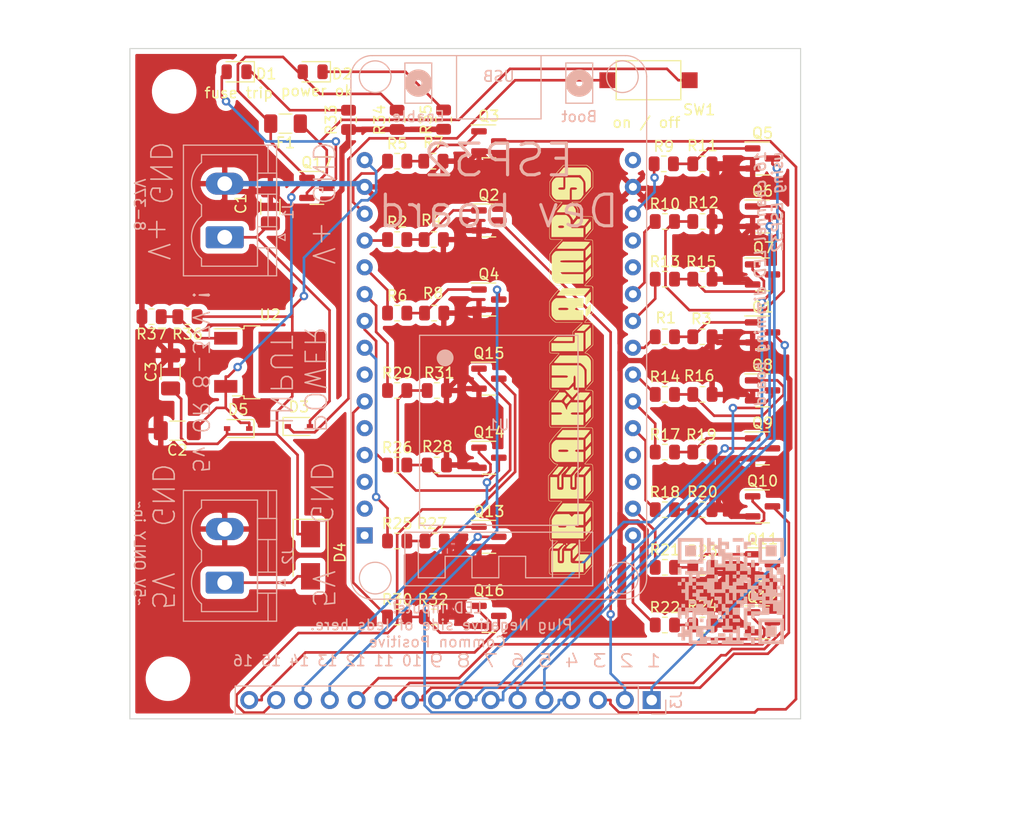
<source format=kicad_pcb>
(kicad_pcb (version 20211014) (generator pcbnew)
  (layers (0 "F.Cu" signal) (31 "B.Cu" signal) (34 "B.Paste" user) (35 "F.Paste" user) (36 "B.SilkS" user "B.Silkscreen") (37 "F.SilkS" user "F.Silkscreen") (38 "B.Mask" user) (39 "F.Mask" user) (44 "Edge.Cuts" user))
  (net 0 "")
  (net 1 "Net-(C2-Pad1)")
  (net 2 "GND")
  (net 3 "+5V")
  (net 4 "+VDC")
  (net 5 "Net-(D1-Pad1)")
  (net 6 "LED_1")
  (net 7 "LED_2")
  (net 8 "LED_3")
  (net 9 "LED_4")
  (net 10 "LED_5")
  (net 11 "LED_6")
  (net 12 "LED_7")
  (net 13 "LED_8")
  (net 14 "LED_9")
  (net 15 "LED_10")
  (net 16 "LED_11")
  (net 17 "LED_12")
  (net 18 "LED_13")
  (net 19 "LED_14")
  (net 20 "LED_15")
  (net 21 "LED_16")
  (net 22 "Net-(Q1-Pad1)")
  (net 23 "Net-(Q2-Pad1)")
  (net 24 "Net-(Q3-Pad1)")
  (net 25 "Net-(Q4-Pad1)")
  (net 26 "Net-(Q5-Pad1)")
  (net 27 "Net-(Q6-Pad1)")
  (net 28 "Net-(Q7-Pad1)")
  (net 29 "Net-(Q8-Pad1)")
  (net 30 "Net-(Q9-Pad1)")
  (net 31 "Net-(Q10-Pad1)")
  (net 32 "Net-(Q11-Pad1)")
  (net 33 "Net-(Q12-Pad1)")
  (net 34 "Net-(Q13-Pad1)")
  (net 35 "Net-(Q14-Pad1)")
  (net 36 "Net-(Q15-Pad1)")
  (net 37 "PWM_1")
  (net 38 "PWM_3")
  (net 39 "PWM_5")
  (net 40 "PWM_7")
  (net 41 "PWM_9")
  (net 42 "PWM_11")
  (net 43 "PWM_13")
  (net 44 "PWM_15")
  (net 45 "PWM_2")
  (net 46 "PWM_4")
  (net 47 "PWM_6")
  (net 48 "PWM_8")
  (net 49 "PWM_10")
  (net 50 "PWM_12")
  (net 51 "PWM_14")
  (net 52 "PWM_16")
  (net 53 "Net-(D1-Pad2)")
  (net 65 "Net-(D2-Pad1)")
  (net 66 "Net-(D4-Pad2)")
  (net 67 "Net-(R36-Pad2)")
  (net 68 "Net-(Q16-Pad1)")
  (net 69 "Net-(F1-Pad1)")
  (net 70 "Net-(C1-Pad1)")
  (footprint "Resistor_SMD:R_0805_2012Metric" (layer "F.Cu") (at 139.5495 72.644)
    (fp_text reference "R13")
    (fp_text value "100")
  )
  (footprint "Capacitor_SMD:C_1206_3216Metric_Pad1.33x1.80mm_HandSolder" (layer "F.Cu") (at 93.3875 87 180)
    (fp_text reference "C2")
    (fp_text value "0.1uF")
  )
  (footprint "Resistor_SMD:R_0805_2012Metric" (layer "F.Cu") (at 114.204 90.2547)
    (fp_text reference "R26")
    (fp_text value "100")
  )
  (footprint "Resistor_SMD:R_0805_2012Metric" (layer "F.Cu") (at 143.1055 67.183 180)
    (fp_text reference "R12")
    (fp_text value "100k")
  )
  (footprint "Resistor_SMD:R_0805_2012Metric" (layer "F.Cu") (at 117.633 61.468 180)
    (fp_text reference "R7")
    (fp_text value "100k")
  )
  (footprint "Resistor_SMD:R_0805_2012Metric" (layer "F.Cu") (at 114.204 104.648)
    (fp_text reference "R30")
    (fp_text value "100")
  )
  (footprint "Resistor_SMD:R_0805_2012Metric" (layer "F.Cu") (at 139.5495 89.027)
    (fp_text reference "R17")
    (fp_text value "100")
  )
  (footprint "Resistor_SMD:R_0805_2012Metric" (layer "F.Cu") (at 118.6 57.531 90)
    (fp_text reference "R35")
    (fp_text value "1K")
  )
  (footprint "Resistor_SMD:R_0805_2012Metric" (layer "F.Cu") (at 114.204 97.4513)
    (fp_text reference "R25")
    (fp_text value "100")
  )
  (footprint "Package_TO_SOT_SMD:SOT-23" (layer "F.Cu") (at 148.7955 77.6922)
    (fp_text reference "Q1")
    (fp_text value "NMOS")
  )
  (footprint "Resistor_SMD:R_0805_2012Metric" (layer "F.Cu") (at 143.1055 61.722 180)
    (fp_text reference "R11")
    (fp_text value "100k")
  )
  (footprint "MountingHole:MountingHole_3.2mm_M3" (layer "F.Cu") (at 93.091 54.864)
    (fp_text reference "MH1" hide)
    (fp_text value "MountingHole_3.2mm_M3")
  )
  (footprint "Diode_SMD:D_SOD-323" (layer "F.Cu") (at 104.9 86.6)
    (fp_text reference "D3")
    (fp_text value "1N4148")
  )
  (footprint "Capacitor_SMD:C_1206_3216Metric_Pad1.33x1.80mm_HandSolder" (layer "F.Cu") (at 102.2 65.8 90)
    (fp_text reference "C1")
    (fp_text value "4.7u")
  )
  (footprint "Package_TO_SOT_SMD:SOT-23" (layer "F.Cu") (at 106.6 64)
    (fp_text reference "Q17")
    (fp_text value "Q_PMOS_DGS")
  )
  (footprint "Resistor_SMD:R_0805_2012Metric" (layer "F.Cu") (at 139.5495 83.566)
    (fp_text reference "R14")
    (fp_text value "100")
  )
  (footprint "Resistor_SMD:R_0805_2012Metric" (layer "F.Cu") (at 90.95 76.2 180)
    (fp_text reference "R37")
    (fp_text value "750")
  )
  (footprint "Resistor_SMD:R_0805_2012Metric" (layer "F.Cu") (at 94.35 76.2 180)
    (fp_text reference "R36")
    (fp_text value "240")
  )
  (footprint "Resistor_SMD:R_0805_2012Metric" (layer "F.Cu") (at 114.204 83.1955)
    (fp_text reference "R29")
    (fp_text value "100")
  )
  (footprint "Package_TO_SOT_SMD:SOT-23" (layer "F.Cu") (at 122.8875 82.07)
    (fp_text reference "Q15")
    (fp_text value "NMOS")
  )
  (footprint "Diode_SMD:D_SOD-323" (layer "F.Cu") (at 99.15 86.8 180)
    (fp_text reference "D5")
    (fp_text value "1N4148")
  )
  (footprint "Resistor_SMD:R_0805_2012Metric" (layer "F.Cu") (at 117.7055 75.8613 180)
    (fp_text reference "R8")
    (fp_text value "100k")
  )
  (footprint "Package_TO_SOT_SMD:SOT-23" (layer "F.Cu") (at 122.8875 104.549)
    (fp_text reference "Q16")
    (fp_text value "NMOS")
  )
  (footprint "Package_TO_SOT_SMD:SOT-23" (layer "F.Cu") (at 122.8875 59.591)
    (fp_text reference "Q3")
    (fp_text value "NMOS")
  )
  (footprint "Package_TO_SOT_SMD:SOT-23" (layer "F.Cu") (at 148.7955 88.6777)
    (fp_text reference "Q9")
    (fp_text value "NMOS")
  )
  (footprint "Package_TO_SOT_SMD:SOT-23" (layer "F.Cu") (at 122.8875 97.056)
    (fp_text reference "Q13")
    (fp_text value "NMOS")
  )
  (footprint "Resistor_SMD:R_0805_2012Metric" (layer "F.Cu") (at 143.1055 94.488 180)
    (fp_text reference "R20")
    (fp_text value "100k")
  )
  (footprint "Resistor_SMD:R_0805_2012Metric" (layer "F.Cu") (at 139.5495 67.183)
    (fp_text reference "R10")
    (fp_text value "100")
  )
  (footprint "Resistor_SMD:R_0805_2012Metric" (layer "F.Cu") (at 143.1055 83.566 180)
    (fp_text reference "R16")
    (fp_text value "100k")
  )
  (footprint "Resistor_SMD:R_0805_2012Metric" (layer "F.Cu") (at 109.6 57.5545 90)
    (fp_text reference "R33")
    (fp_text value "1K")
  )
  (footprint "Package_TO_SOT_SMD:SOT-23" (layer "F.Cu") (at 148.7955 105.156)
    (fp_text reference "Q12")
    (fp_text value "NMOS")
  )
  (footprint "Resistor_SMD:R_0805_2012Metric" (layer "F.Cu") (at 117.9595 90.2547 180)
    (fp_text reference "R28")
    (fp_text value "100k")
  )
  (footprint "Package_TO_SOT_SMD:SOT-23" (layer "F.Cu") (at 148.7955 66.7067)
    (fp_text reference "Q6")
    (fp_text value "NMOS")
  )
  (footprint "Package_TO_SOT_SMD:SOT-23" (layer "F.Cu") (at 122.8875 74.577)
    (fp_text reference "Q4")
    (fp_text value "NMOS")
  )
  (footprint "Resistor_SMD:R_0805_2012Metric" (layer "F.Cu") (at 139.5495 94.488)
    (fp_text reference "R18")
    (fp_text value "100")
  )
  (footprint "Diode_SMD:D_SMA" (layer "F.Cu") (at 106 98.8 -90)
    (fp_text reference "D4")
    (fp_text value "D_Schottky")
  )
  (footprint "Package_TO_SOT_SMD:SOT-23" (layer "F.Cu") (at 148.7955 61.214)
    (fp_text reference "Q5")
    (fp_text value "NMOS")
  )
  (footprint "Resistor_SMD:R_0805_2012Metric" (layer "F.Cu") (at 114.204 75.8613)
    (fp_text reference "R6")
    (fp_text value "100")
  )
  (footprint "LED_SMD:LED_0805_2012Metric" (layer "F.Cu") (at 106.2 53 180)
    (fp_text reference "D2")
    (fp_text value "power OK")
  )
  (footprint "Resistor_SMD:R_0805_2012Metric" (layer "F.Cu") (at 117.9595 83.1955 180)
    (fp_text reference "R31")
    (fp_text value "100k")
  )
  (footprint "Package_TO_SOT_SMD:SOT-23" (layer "F.Cu") (at 148.7955 94.1705)
    (fp_text reference "Q10")
    (fp_text value "NMOS")
  )
  (footprint "Resistor_SMD:R_0805_2012Metric" (layer "F.Cu") (at 143.1055 72.644 180)
    (fp_text reference "R15")
    (fp_text value "100k")
  )
  (footprint "Resistor_SMD:R_0805_2012Metric" (layer "F.Cu") (at 117.666 68.8938 180)
    (fp_text reference "R4")
    (fp_text value "100k")
  )
  (footprint "LED_SMD:LED_0805_2012Metric" (layer "F.Cu") (at 99 53 180)
    (fp_text reference "D1")
    (fp_text value "Fuse Trip")
  )
  (footprint "Package_TO_SOT_SMD:TO-252-2" (layer "F.Cu") (at 102.175 80.525)
    (fp_text reference "U2")
    (fp_text value "LM317_TO-252")
  )
  (footprint "Resistor_SMD:R_0805_2012Metric" (layer "F.Cu") (at 143.1055 99.949 180)
    (fp_text reference "R23")
    (fp_text value "100k")
  )
  (footprint "Capacitor_SMD:C_1206_3216Metric_Pad1.33x1.80mm_HandSolder" (layer "F.Cu") (at 92.75 81.4375 90)
    (fp_text reference "C3")
    (fp_text value "10u")
  )
  (footprint "Package_TO_SOT_SMD:SOT-23" (layer "F.Cu") (at 148.7955 83.185)
    (fp_text reference "Q8")
    (fp_text value "NMOS")
  )
  (footprint "Resistor_SMD:R_0805_2012Metric" (layer "F.Cu") (at 114.204 68.8938)
    (fp_text reference "R2")
    (fp_text value "100")
  )
  (footprint "Resistor_SMD:R_0805_2012Metric" (layer "F.Cu") (at 114.204 61.468)
    (fp_text reference "R5")
    (fp_text value "100")
  )
  (footprint "MountingHole:MountingHole_3.2mm_M3" (layer "F.Cu") (at 92.5 110.5)
    (fp_text reference "MH3" hide)
    (fp_text value "MountingHole_3.2mm_M3")
  )
  (footprint "Resistor_SMD:R_0805_2012Metric" (layer "F.Cu") (at 143.1055 89.027 180)
    (fp_text reference "R19")
    (fp_text value "100k")
  )
  (footprint "Button_Switch_SMD:SW_SPST_CK_RS282G05A3" (layer "F.Cu") (at 138 53.8)
    (fp_text reference "SW1")
    (fp_text value "SW_SPST")
  )
  (footprint "Fuse:Fuse_1206_3216Metric" (layer "F.Cu") (at 103.632 57.912 180)
    (fp_text reference "F1")
    (fp_text value "resettable fuse")
  )
  (footprint "Package_TO_SOT_SMD:SOT-23" (layer "F.Cu") (at 148.7955 99.6632)
    (fp_text reference "Q11")
    (fp_text value "NMOS")
  )
  (footprint "Package_TO_SOT_SMD:SOT-23" (layer "F.Cu") (at 148.7955 72.1995)
    (fp_text reference "Q7")
    (fp_text value "NMOS")
  )
  (footprint "MountingHole:MountingHole_3.2mm_M3" (layer "F.Cu") (at 148.5 110.5)
    (fp_text reference "MH4" hide)
    (fp_text value "MountingHole_3.2mm_M3")
  )
  (footprint "Package_TO_SOT_SMD:SOT-23" (layer "F.Cu") (at 122.8875 67.084)
    (fp_text reference "Q2")
    (fp_text value "NMOS")
  )
  (footprint "Resistor_SMD:R_0805_2012Metric" (layer "F.Cu") (at 114.2 57.5545 90)
    (fp_text reference "R34")
    (fp_text value "10k")
  )
  (footprint "MountingHole:MountingHole_3.2mm_M3" (layer "F.Cu") (at 148.082 54.991)
    (fp_text reference "MH2" hide)
    (fp_text value "MountingHole_3.2mm_M3")
  )
  (footprint "Resistor_SMD:R_0805_2012Metric" (layer "F.Cu") (at 117.7525 97.4513 180)
    (fp_text reference "R27")
    (fp_text value "100k")
  )
  (footprint "Resistor_SMD:R_0805_2012Metric" (layer "F.Cu") (at 117.682 104.648 180)
    (fp_text reference "R32")
    (fp_text value "100k")
  )
  (footprint "Resistor_SMD:R_0805_2012Metric" (layer "F.Cu") (at 139.5495 105.41)
    (fp_text reference "R22")
    (fp_text value "100")
  )
  (footprint "william_custom:freakylampsLogo_smaller" (layer "F.Cu") (at 131 81.4 90)
    (fp_text reference "G***" hide)
    (fp_text value "LOGO" hide)
  )
  (footprint "Package_TO_SOT_SMD:SOT-23" (layer "F.Cu") (at 122.8875 89.563)
    (fp_text reference "Q14")
    (fp_text value "NMOS")
  )
  (footprint "Resistor_SMD:R_0805_2012Metric" (layer "F.Cu") (at 143.1055 105.41 180)
    (fp_text reference "R24")
    (fp_text value "100k")
  )
  (footprint "Resistor_SMD:R_0805_2012Metric" (layer "F.Cu") (at 139.5495 78.105)
    (fp_text reference "R1")
    (fp_text value "100")
  )
  (footprint "Resistor_SMD:R_0805_2012Metric" (layer "F.Cu") (at 143.1055 78.105 180)
    (fp_text reference "R3")
    (fp_text value "100k")
  )
  (footprint "Resistor_SMD:R_0805_2012Metric" (layer "F.Cu") (at 139.5495 99.949)
    (fp_text reference "R21")
    (fp_text value "100")
  )
  (footprint "Resistor_SMD:R_0805_2012Metric" (layer "F.Cu") (at 139.446 61.722)
    (fp_text reference "R9")
    (fp_text value "100")
  )
  (footprint "william_custom:16_channel_pcb" (layer "B.Cu") (at 145.8 102.2 180)
    (fp_text reference "G1" hide)
    (fp_text value "LOGO" hide)
  )
  (footprint "Connector_PinHeader_2.54mm:PinHeader_1x16_P2.54mm_Vertical" (layer "B.Cu") (at 138.303 112.522 90)
    (fp_text reference "J3")
    (fp_text value "Conn_01x16")
  )
  (footprint "Connector_Phoenix_MSTB:PhoenixContact_MSTBVA_2,5_2-G-5,08_1x02_P5.08mm_Vertical" (layer "B.Cu") (at 97.8775 101.4 90)
    (fp_text reference "J2")
    (fp_text value "Conn_01x02")
  )
  (footprint "Espressif:esp32_devkit_v1_doit" (layer "B.Cu") (at 123.825 96.926)
    (fp_text reference "U1")
    (fp_text value "ESP32_DevKit_V1_DOIT")
  )
  (footprint "Connector_Phoenix_MSTB:PhoenixContact_MSTBVA_2,5_2-G-5,08_1x02_P5.08mm_Vertical" (layer "B.Cu") (at 97.8775 68.68 90)
    (fp_text reference "J1")
    (fp_text value "Conn_01x02")
  )
  (gr_line (start 88.9 50.8) (end 88.9 114.3) (layer "Edge.Cuts") (width 0.1))
  (gr_line (start 88.9 114.3) (end 152.4 114.3) (layer "Edge.Cuts") (width 0.1))
  (gr_line (start 152.4 50.8) (end 88.9 50.8) (layer "Edge.Cuts") (width 0.1))
  (gr_line (start 152.4 114.3) (end 152.4 50.8) (layer "Edge.Cuts") (width 0.1))
  (gr_text "5v OR 8-37V !" (at 95.6 82.4 270) (layer "B.SilkS") (effects (font (size 1.5 1.5)) (justify mirror)))
  (gr_text "V+" (at 91.6 68.8 270) (layer "B.SilkS") (effects (font (size 2 2)) (justify mirror)))
  (gr_text "POWER\nINPUT" (at 104.8 82.2 270) (layer "B.SilkS") (effects (font (size 2 2)) (justify mirror)))
  (gr_text "8-37V" (at 89.8 65.6 270) (layer "B.SilkS") (effects (font (size 1 1)) (justify mirror)))
  (gr_text "5V" (at 107.2 102 270) (layer "B.SilkS") (effects (font (size 2 2)) (justify mirror)))
  (gr_text "10 11 12 13 14 15 16" (at 107.6 108.8) (layer "B.SilkS") (effects (font (size 1 1)) (justify mirror)))
  (gr_text "GND	\n	" (at 90.4 92.4 270) (layer "B.SilkS") (effects (font (size 2 2)) (justify mirror)))
  (gr_text "1 2 3 4 5 6 7 8 9" (at 128.2 108.8) (layer "B.SilkS") (effects (font (size 1.2 1.5)) (justify mirror)))
  (gr_text "16 channel LED dimming board\nusing ESP32" (at 149.4 60.4 90) (layer "B.SilkS") (effects (font (size 1 1) (thickness 0.1875) italic) (justify left mirror)))
  (gr_text "V+" (at 107.2 69.2 270) (layer "B.SilkS") (effects (font (size 2 2)) (justify mirror)))
  (gr_text "GND" (at 107.2 62.6 270) (layer "B.SilkS") (effects (font (size 2 2)) (justify mirror)))
  (gr_text "~5V ONLY in~" (at 89.8 98.6 270) (layer "B.SilkS") (effects (font (size 1 1)) (justify mirror)))
  (gr_text "GND	\n	" (at 105.4 92.2 270) (layer "B.SilkS") (effects (font (size 2 2)) (justify mirror)))
  (gr_text "ESP32\nDev board" (at 123.8 63.8) (layer "B.SilkS") (effects (font (size 3 3) (thickness 0.3)) (justify mirror)))
  (gr_text "GND" (at 91.8 62.6 270) (layer "B.SilkS") (effects (font (size 2 2)) (justify mirror)))
  (gr_text "5V" (at 92 102.2 270) (layer "B.SilkS") (effects (font (size 2 2)) (justify mirror)))
  (gr_text "LED inputs!\nPlug Negative side of leds here. \nCommon Positive" (at 118 105.4) (layer "B.SilkS") (effects (font (size 1 1)) (justify mirror)))
  (gr_text "fuse trip" (at 99.2 55) (layer "F.SilkS") (effects (font (size 1 1))))
  (gr_text "on / off" (at 137.8 57.8) (layer "F.SilkS") (effects (font (size 1 1))))
  (gr_text "power ok" (at 106.6 54.8) (layer "F.SilkS") (effects (font (size 1 1))))
  (segment (start 102.232 59.6195) (end 105.6625 63.05) (width 0.25) (layer "F.Cu") (net 1))
  (segment (start 102.232 57.912) (end 99.125 54.805) (width 0.25) (layer "F.Cu") (net 1))
  (segment (start 97.975 84.8426) (end 97.1074 84.8426) (width 0.25) (layer "F.Cu") (net 1))
  (segment (start 106.8936 55.0936) (end 112.6516 55.0936) (width 0.25) (layer "F.Cu") (net 1))
  (segment (start 103.4 51.6) (end 106.8936 55.0936) (width 0.25) (layer "F.Cu") (net 1))
  (segment (start 99.3823 86.2499) (end 97.975 84.8426) (width 0.25) (layer "F.Cu") (net 1))
  (segment (start 97.975 83.7301) (end 97.975 84.8426) (width 0.25) (layer "F.Cu") (net 1))
  (segment (start 97.1074 84.8426) (end 94.95 87) (width 0.25) (layer "F.Cu") (net 1))
  (segment (start 104.1877 64.5248) (end 105.6625 63.05) (width 0.25) (layer "F.Cu") (net 1))
  (segment (start 105.5303 63.05) (end 105.6625 63.05) (width 0.25) (layer "F.Cu") (net 1))
  (segment (start 100.2 86.2499) (end 99.3823 86.2499) (width 0.25) (layer "F.Cu") (net 1))
  (segment (start 104.1877 64.8894) (end 104.1877 64.5248) (width 0.25) (layer "F.Cu") (net 1))
  (segment (start 99.833166 51.6) (end 103.4 51.6) (width 0.25) (layer "F.Cu") (net 1))
  (segment (start 100.2 86.8) (end 100.2 86.2499) (width 0.25) (layer "F.Cu") (net 1))
  (segment (start 99.0984 80.9722) (end 98.1907 81.8799) (width 0.25) (layer "F.Cu") (net 1))
  (segment (start 99.125 52.308166) (end 99.833166 51.6) (width 0.25) (layer "F.Cu") (net 1))
  (segment (start 102.232 59.6195) (end 102.232 57.912) (width 0.25) (layer "F.Cu") (net 1))
  (segment (start 97.975 82.805) (end 97.975 83.7301) (width 0.25) (layer "F.Cu") (net 1))
  (segment (start 97.975 82.805) (end 97.975 81.8799) (width 0.25) (layer "F.Cu") (net 1))
  (segment (start 98.1907 81.8799) (end 97.975 81.8799) (width 0.25) (layer "F.Cu") (net 1))
  (segment (start 112.6516 55.0936) (end 114.2 56.642) (width 0.25) (layer "F.Cu") (net 1))
  (segment (start 99.125 54.805) (end 99.125 52.308166) (width 0.25) (layer "F.Cu") (net 1))
  (via (at 104.1877 64.8894) (size 0.8) (drill 0.4) (layers "F.Cu" "B.Cu") (net 1))
  (via (at 99.0984 80.9722) (size 0.8) (drill 0.4) (layers "F.Cu" "B.Cu") (net 1))
  (segment (start 104.1877 64.8894) (end 104.1877 75.8829) (width 0.25) (layer "B.Cu") (net 1))
  (segment (start 104.1877 75.8829) (end 99.0984 80.9722) (width 0.25) (layer "B.Cu") (net 1))
  (segment (start 144.5552 78.6422) (end 147.858 78.6422) (width 0.5) (layer "F.Cu") (net 2))
  (segment (start 135.3128 96.386) (end 136.0428 95.656) (width 0.5) (layer "F.Cu") (net 2))
  (segment (start 147.3525 72.644) (end 146.6649 72.644) (width 0.5) (layer "F.Cu") (net 2))
  (segment (start 137.6126 98.1989) (end 137.6126 100.6557) (width 0.5) (layer "F.Cu") (net 2))
  (segment (start 136.0428 95.656) (end 135.3128 94.926) (width 0.5) (layer "F.Cu") (net 2))
  (segment (start 121.6157 75.8613) (end 118.618 75.8613) (width 0.5) (layer "F.Cu") (net 2))
  (segment (start 144.6187 89.6277) (end 144.6187 93.8873) (width 0.5) (layer "F.Cu") (net 2))
  (segment (start 125.9482 96.5494) (end 125.9482 82.5425) (width 0.5) (layer "F.Cu") (net 2))
  (segment (start 125.9482 82.5425) (end 123.7749 80.3692) (width 0.5) (layer "F.Cu") (net 2))
  (segment (start 121.95 68.8938) (end 121.95 68.034) (width 0.5) (layer "F.Cu") (net 2))
  (segment (start 120.7223 81.9767) (end 120.9067 81.9767) (width 0.5) (layer "F.Cu") (net 2))
  (segment (start 135.3128 79.654) (end 136.0195 80.3607) (width 0.5) (layer "F.Cu") (net 2))
  (segment (start 125.6312 96.8664) (end 134.0211 105.2563) (width 0.5) (layer "F.Cu") (net 2))
  (segment (start 91.3976 81.2274) (end 91.3976 86.5726) (width 0.5) (layer "F.Cu") (net 2))
  (segment (start 119.2197 98.006) (end 118.665 97.4513) (width 0.5) (layer "F.Cu") (net 2))
  (segment (start 91.3976 86.5726) (end 91.825 87) (width 0.5) (layer "F.Cu") (net 2))
  (segment (start 144.018 100.5246) (end 147.7694 100.5246) (width 0.5) (layer "F.Cu") (net 2))
  (segment (start 125.0161 75.0052) (end 125.0161 71.9599) (width 0.5) (layer "F.Cu") (net 2))
  (segment (start 135.3128 104.7398) (end 135.3128 96.386) (width 0.5) (layer "F.Cu") (net 2))
  (segment (start 144.018 99.949) (end 144.018 100.5246) (width 0.5) (layer "F.Cu") (net 2))
  (segment (start 90.0375 76.2) (end 90.0375 77.1625) (width 0.5) (layer "F.Cu") (net 2))
  (segment (start 146.6649 72.644) (end 144.018 72.644) (width 0.5) (layer "F.Cu") (net 2))
  (segment (start 97.8775 64.345) (end 97.8775 65.0901) (width 0.5) (layer "F.Cu") (net 2))
  (segment (start 150.3703 89.6277) (end 147.858 89.6277) (width 0.5) (layer "F.Cu") (net 2))
  (segment (start 108.974501 60.226874) (end 108.974501 64.189199) (width 0.5) (layer "F.Cu") (net 2))
  (segment (start 144.6187 93.8873) (end 145.8519 95.1205) (width 0.5) (layer "F.Cu") (net 2))
  (segment (start 144.46 63.6044) (end 144.018 64.0464) (width 0.5) (layer "F.Cu") (net 2))
  (segment (start 121.6157 80.3692) (end 121.6157 75.8613) (width 0.5) (layer "F.Cu") (net 2))
  (segment (start 151.3787 82.1629) (end 151.3787 88.6193) (width 0.5) (layer "F.Cu") (net 2))
  (segment (start 120.9067 81.9767) (end 121.95 83.02) (width 0.5) (layer "F.Cu") (net 2))
  (segment (start 90.0375 72.9301) (end 90.0375 76.2) (width 0.5) (layer "F.Cu") (net 2))
  (segment (start 109.6 59.601375) (end 108.974501 60.226874) (width 0.5) (layer "F.Cu") (net 2))
  (segment (start 121.95 68.8938) (end 118.5785 68.8938) (width 0.5) (layer "F.Cu") (net 2))
  (segment (start 123.7749 80.3692) (end 121.6157 80.3692) (width 0.5) (layer "F.Cu") (net 2))
  (segment (start 135.3128 65.1182) (end 135.3128 79.654) (width 0.5) (layer "F.Cu") (net 2))
  (segment (start 120.6959 105.499) (end 121.95 105.499) (width 0.5) (layer "F.Cu") (net 2))
  (segment (start 119.2197 104.0228) (end 120.6959 105.499) (width 0.5) (layer "F.Cu") (net 2))
  (segment (start 136.6654 64.0464) (end 144.018 64.0464) (width 0.5) (layer "F.Cu") (net 2))
  (segment (start 147.858 62.164) (end 144.46 62.164) (width 0.5) (layer "F.Cu") (net 2))
  (segment (start 119.2197 98.006) (end 119.2197 104.0228) (width 0.5) (layer "F.Cu") (net 2))
  (segment (start 146.6649 68.8498) (end 147.858 67.6567) (width 0.5) (layer "F.Cu") (net 2))
  (segment (start 135.3128 65.1182) (end 136.525 63.906) (width 0.5) (layer "F.Cu") (net 2))
  (segment (start 111.125 63.906) (end 116.1075 63.906) (width 0.5) (layer "F.Cu") (net 2))
  (segment (start 102.0925 64.345) (end 102.2 64.2375) (width 0.5) (layer "F.Cu") (net 2))
  (segment (start 134.0211 105.2563) (end 134.7963 105.2563) (width 0.5) (layer "F.Cu") (net 2))
  (segment (start 134.7963 105.2563) (end 135.3128 104.7398) (width 0.5) (layer "F.Cu") (net 2))
  (segment (start 118.6 58.4435) (end 118.5765 58.467) (width 0.5) (layer "F.Cu") (net 2))
  (segment (start 136.9815 95.656) (end 137.7704 96.4449) (width 0.5) (layer "F.Cu") (net 2))
  (segment (start 90.0375 77.1625) (end 92.75 79.875) (width 0.5) (layer "F.Cu") (net 2))
  (segment (start 136.525 63.906) (end 136.6654 64.0464) (width 0.5) (layer "F.Cu") (net 2))
  (segment (start 137.7704 96.4449) (end 137.7704 98.0411) (width 0.5) (layer "F.Cu") (net 2))
  (segment (start 92.75 79.875) (end 91.3976 81.2274) (width 0.5) (layer "F.Cu") (net 2))
  (segment (start 147.858 73.1495) (end 147.3525 72.644) (width 0.5) (layer "F.Cu") (net 2))
  (segment (start 144.46 62.164) (end 144.018 61.722) (width 0.5) (layer "F.Cu") (net 2))
  (segment (start 107.4242 65.7395) (end 103.702 65.7395) (width 0.5) (layer "F.Cu") (net 2))
  (segment (start 121.95 75.527) (end 124.4943 75.527) (width 0.5) (layer "F.Cu") (net 2))
  (segment (start 145.8519 95.1205) (end 147.858 95.1205) (width 0.5) (layer "F.Cu") (net 2))
  (segment (start 120.7223 80.7526) (end 120.7223 81.9767) (width 0.5) (layer "F.Cu") (net 2))
  (segment (start 97.8775 65.0901) (end 90.0375 72.9301) (width 0.5) (layer "F.Cu") (net 2))
  (segment (start 144.018 105.41) (end 147.162 105.41) (width 0.5) (layer "F.Cu") (net 2))
  (segment (start 118.5765 58.467) (end 114.2 58.467) (width 0.5) (layer "F.Cu") (net 2))
  (segment (start 97.8775 96.32) (end 97.8775 94.8299) (width 0.5) (layer "F.Cu") (net 2))
  (segment (start 125.0161 71.9599) (end 121.95 68.8938) (width 0.5) (layer "F.Cu") (net 2))
  (segment (start 136.0195 80.3607) (end 142.2995 80.3607) (width 0.5) (layer "F.Cu") (net 2))
  (segment (start 114.2 58.467) (end 109.6 58.467) (width 0.5) (layer "F.Cu") (net 2))
  (segment (start 118.872 83.1955) (end 120.0908 81.9767) (width 0.5) (layer "F.Cu") (net 2))
  (segment (start 147.7694 100.5246) (end 147.858 100.6132) (width 0.5) (layer "F.Cu") (net 2))
  (segment (start 144.018 105.41) (end 144.018 101.6768) (width 0.5) (layer "F.Cu") (net 2))
  (segment (start 118.872 83.1955) (end 118.872 90.2547) (width 0.5) (layer "F.Cu") (net 2))
  (segment (start 144.018 83.566) (end 147.289 83.566) (width 0.5) (layer "F.Cu") (net 2))
  (segment (start 147.289 83.566) (end 147.858 84.135) (width 0.5) (layer "F.Cu") (net 2))
  (segment (start 116.1075 63.906) (end 118.5455 61.468) (width 0.5) (layer "F.Cu") (net 2))
  (segment (start 147.858 78.6422) (end 151.3787 82.1629) (width 0.5) (layer "F.Cu") (net 2))
  (segment (start 124.4916 98.006) (end 125.6312 96.8664) (width 0.5) (layer "F.Cu") (net 2))
  (segment (start 121.95 60.541) (end 126.5272 65.1182) (width 0.5) (layer "F.Cu") (net 2))
  (segment (start 147.162 105.41) (end 147.858 106.106) (width 0.5) (layer "F.Cu") (net 2))
  (segment (start 138.0576 101.1007) (end 143.4419 101.1007) (width 0.5) (layer "F.Cu") (net 2))
  (segment (start 136.0428 95.656) (end 136.9815 95.656) (width 0.5) (layer "F.Cu") (net 2))
  (segment (start 125.6312 96.8664) (end 125.9482 96.5494) (width 0.5) (layer "F.Cu") (net 2))
  (segment (start 109.6 58.467) (end 109.6 59.601375) (width 0.5) (layer "F.Cu") (net 2))
  (segment (start 144.2866 78.3736) (end 142.2995 80.3607) (width 0.5) (layer "F.Cu") (net 2))
  (segment (start 144.6187 89.6277) (end 144.018 89.027) (width 0.5) (layer "F.Cu") (net 2))
  (segment (start 144.018 67.183) (end 144.9981 67.183) (width 0.5) (layer "F.Cu") (net 2))
  (segment (start 146.6649 72.644) (end 146.6649 68.8498) (width 0.5) (layer "F.Cu") (net 2))
  (segment (start 118.5455 61.468) (end 121.023 61.468) (width 0.5) (layer "F.Cu") (net 2))
  (segment (start 147.858 89.6277) (end 144.6187 89.6277) (width 0.5) (layer "F.Cu") (net 2))
  (segment (start 121.023 61.468) (end 121.95 60.541) (width 0.5) (layer "F.Cu") (net 2))
  (segment (start 91.825 88.7774) (end 97.8775 94.8299) (width 0.5) (layer "F.Cu") (net 2))
  (segment (start 97.8775 63.6) (end 97.8775 64.345) (width 0.5) (layer "F.Cu") (net 2))
  (segment (start 108.974501 64.189199) (end 107.4242 65.7395) (width 0.5) (layer "F.Cu") (net 2))
  (segment (start 144.018 94.488) (end 144.6187 93.8873) (width 0.5) (layer "F.Cu") (net 2))
  (segment (start 121.6157 75.8613) (end 121.95 75.527) (width 0.5) (layer "F.Cu") (net 2))
  (segment (start 143.4419 101.1007) (end 144.018 100.5246) (width 0.5) (layer "F.Cu") (net 2))
  (segment (start 144.018 101.6768) (end 143.4419 101.1007) (width 0.5) (layer "F.Cu") (net 2))
  (segment (start 121.95 98.006) (end 119.2197 98.006) (width 0.5) (layer "F.Cu") (net 2))
  (segment (start 137.7704 98.0411) (end 137.6126 98.1989) (width 0.5) (layer "F.Cu") (net 2))
  (segment (start 144.018 78.105) (end 144.2866 78.3736) (width 0.5) (layer "F.Cu") (net 2))
  (segment (start 137.6126 100.6557) (end 138.0576 101.1007) (width 0.5) (layer "F.Cu") (net 2))
  (segment (start 151.3787 88.6193) (end 150.3703 89.6277) (width 0.5) (layer "F.Cu") (net 2))
  (segment (start 118.872 90.2547) (end 121.6917 90.2547) (width 0.5) (layer "F.Cu") (net 2))
  (segment (start 144.46 62.164) (end 144.46 63.6044) (width 0.5) (layer "F.Cu") (net 2))
  (segment (start 103.702 65.7395) (end 102.2 64.2375) (width 0.5) (layer "F.Cu") (net 2))
  (segment (start 144.9981 67.183) (end 146.6649 68.8498) (width 0.5) (layer "F.Cu") (net 2))
  (segment (start 124.4943 75.527) (end 125.0161 75.0052) (width 0.5) (layer "F.Cu") (net 2))
  (segment (start 121.6157 80.3692) (end 121.1057 80.3692) (width 0.5) (layer "F.Cu") (net 2))
  (segment (start 144.2866 78.3736) (end 144.5552 78.6422) (width 0.5) (layer "F.Cu") (net 2))
  (segment (start 144.018 82.0792) (end 144.018 83.566) (width 0.5) (layer "F.Cu") (net 2))
  (segment (start 121.6917 90.2547) (end 121.95 90.513) (width 0.5) (layer "F.Cu") (net 2))
  (segment (start 135.3128 94.926) (end 135.3128 81.0674) (width 0.5) (layer "F.Cu") (net 2))
  (segment (start 119.2197 104.0228) (end 118.5945 104.648) (width 0.5) (layer "F.Cu") (net 2))
  (segment (start 91.825 87) (end 91.825 88.7774) (width 0.5) (layer "F.Cu") (net 2))
  (segment (start 97.8775 64.345) (end 102.0925 64.345) (width 0.5) (layer "F.Cu") (net 2))
  (segment (start 144.018 64.0464) (end 144.018 67.183) (width 0.5) (layer "F.Cu") (net 2))
  (segment (start 121.95 98.006) (end 124.4916 98.006) (width 0.5) (layer "F.Cu") (net 2))
  (segment (start 120.0908 81.9767) (end 120.7223 81.9767) (width 0.5) (layer "F.Cu") (net 2))
  (segment (start 126.5272 65.1182) (end 135.3128 65.1182) (width 0.5) (layer "F.Cu") (net 2))
  (segment (start 121.1057 80.3692) (end 120.7223 80.7526) (width 0.5) (layer "F.Cu") (net 2))
  (segment (start 142.2995 80.3607) (end 144.018 82.0792) (width 0.5) (layer "F.Cu") (net 2))
  (segment (start 135.3128 81.0674) (end 136.0195 80.3607) (width 0.5) (layer "F.Cu") (net 2))
  (segment (start 110.819 63.6) (end 111.125 63.906) (width 0.5) (layer "B.Cu") (net 2))
  (segment (start 97.8775 63.6) (end 110.819 63.6) (width 0.5) (layer "B.Cu") (net 2))
  (segment (start 104.7749 89.3) (end 102.825 87.3501) (width 0.25) (layer "F.Cu") (net 3))
  (segment (start 97.2013 88.2488) (end 98.1 87.3501) (width 0.25) (layer "F.Cu") (net 3))
  (segment (start 93.7509 84.0009) (end 93.7509 87.7074) (width 0.25) (layer "F.Cu") (net 3))
  (segment (start 104.275 76.2) (end 104.275 77.4224) (width 0.25) (layer "F.Cu") (net 3))
  (segment (start 106 96.8) (end 104.7749 96.8) (width 0.25) (layer "F.Cu") (net 3))
  (segment (start 105.3792 74.2454) (end 104.275 75.3496) (width 0.25) (layer "F.Cu") (net 3))
  (segment (start 95.2625 76.2) (end 104.275 76.2) (width 0.25) (layer "F.Cu") (net 3))
  (segment (start 104.7749 96.8) (end 104.7749 89.3) (width 0.25) (layer "F.Cu") (net 3))
  (segment (start 104.275 75.3496) (end 104.275 76.2) (width 0.25) (layer "F.Cu") (net 3))
  (segment (start 102.825 87.3501) (end 98.1 87.3501) (width 0.25) (layer "F.Cu") (net 3))
  (segment (start 93.7509 87.7074) (end 94.2923 88.2488) (width 0.25) (layer "F.Cu") (net 3))
  (segment (start 102.825 85.2001) (end 104.275 83.7501) (width 0.25) (layer "F.Cu") (net 3))
  (segment (start 104.275 80.525) (end 104.275 83.7501) (width 0.25) (layer "F.Cu") (net 3))
  (segment (start 104.275 80.525) (end 104.275 77.4224) (width 0.25) (layer "F.Cu") (net 3))
  (segment (start 98.1 86.8) (end 98.1 87.3501) (width 0.25) (layer "F.Cu") (net 3))
  (segment (start 102.825 87.3501) (end 102.825 85.2001) (width 0.25) (layer "F.Cu") (net 3))
  (segment (start 94.2923 88.2488) (end 97.2013 88.2488) (width 0.25) (layer "F.Cu") (net 3))
  (segment (start 92.75 83) (end 93.7509 84.0009) (width 0.25) (layer "F.Cu") (net 3))
  (via (at 105.3792 74.2454) (size 0.8) (drill 0.4) (layers "F.Cu" "B.Cu") (net 3))
  (segment (start 112.2139 62.4549) (end 112.2139 64.39) (width 0.25) (layer "B.Cu") (net 3))
  (segment (start 112.2139 64.39) (end 111.4279 65.176) (width 0.25) (layer "B.Cu") (net 3))
  (segment (start 111.125 61.366) (end 112.2139 62.4549) (width 0.25) (layer "B.Cu") (net 3))
  (segment (start 110.8197 65.176) (end 105.3792 70.6165) (width 0.25) (layer "B.Cu") (net 3))
  (segment (start 105.3792 70.6165) (end 105.3792 74.2454) (width 0.25) (layer "B.Cu") (net 3))
  (segment (start 111.4279 65.176) (end 110.8197 65.176) (width 0.25) (layer "B.Cu") (net 3))
  (segment (start 111.57 59.3057) (end 109.588499 61.287201) (width 0.25) (layer "F.Cu") (net 4))
  (segment (start 106.4053 87.1501) (end 104.4001 87.1501) (width 0.25) (layer "F.Cu") (net 4))
  (segment (start 119.8661 59.3057) (end 111.57 59.3057) (width 0.25) (layer "F.Cu") (net 4))
  (segment (start 109.588499 83.966901) (end 106.4053 87.1501) (width 0.25) (layer "F.Cu") (net 4))
  (segment (start 125.3718 53.8) (end 119.8661 59.3057) (width 0.25) (layer "F.Cu") (net 4))
  (segment (start 109.588499 61.287201) (end 109.588499 83.966901) (width 0.25) (layer "F.Cu") (net 4))
  (segment (start 134.1 53.8) (end 125.3718 53.8) (width 0.25) (layer "F.Cu") (net 4))
  (segment (start 104.4001 87.1501) (end 103.85 86.6) (width 0.25) (layer "F.Cu") (net 4))
  (segment (start 104.042 56.642) (end 109.6 56.642) (width 0.25) (layer "F.Cu") (net 5))
  (segment (start 100.4 53) (end 104.042 56.642) (width 0.25) (layer "F.Cu") (net 5))
  (segment (start 149.733 77.6922) (end 149.733 77.7363) (width 0.25) (layer "F.Cu") (net 6))
  (segment (start 149.733 77.7363) (end 150.8993 78.9026) (width 0.25) (layer "F.Cu") (net 6))
  (via (at 150.8993 78.9026) (size 0.8) (drill 0.4) (layers "F.Cu" "B.Cu") (net 6))
  (segment (start 150.8993 98.7506) (end 150.8993 78.9026) (width 0.25) (layer "B.Cu") (net 6))
  (segment (start 138.303 112.522) (end 138.303 111.3469) (width 0.25) (layer "B.Cu") (net 6))
  (segment (start 138.303 111.3469) (end 150.8993 98.7506) (width 0.25) (layer "B.Cu") (net 6))
  (segment (start 134.4152 77.6742) (end 123.825 67.084) (width 0.25) (layer "F.Cu") (net 7))
  (segment (start 134.4152 104.3935) (end 134.4152 77.6742) (width 0.25) (layer "F.Cu") (net 7))
  (via (at 134.4152 104.3935) (size 0.8) (drill 0.4) (layers "F.Cu" "B.Cu") (net 7))
  (segment (start 135.763 112.522) (end 135.763 111.3469) (width 0.25) (layer "B.Cu") (net 7))
  (segment (start 134.4152 109.9991) (end 134.4152 104.3935) (width 0.25) (layer "B.Cu") (net 7))
  (segment (start 135.763 111.3469) (end 134.4152 109.9991) (width 0.25) (layer "B.Cu") (net 7))
  (segment (start 148.0547 113.6972) (end 148.3519 113.4) (width 0.25) (layer "F.Cu") (net 8))
  (segment (start 151 113.4) (end 151.9643 112.4357) (width 0.25) (layer "F.Cu") (net 8))
  (segment (start 135.2061 113.6972) (end 148.0547 113.6972) (width 0.25) (layer "F.Cu") (net 8))
  (segment (start 151.9643 62.0125) (end 149.5428 59.591) (width 0.25) (layer "F.Cu") (net 8))
  (segment (start 133.223 112.522) (end 134.3981 112.522) (width 0.25) (layer "F.Cu") (net 8))
  (segment (start 148.3519 113.4) (end 151 113.4) (width 0.25) (layer "F.Cu") (net 8))
  (segment (start 134.3981 112.8892) (end 135.2061 113.6972) (width 0.25) (layer "F.Cu") (net 8))
  (segment (start 151.9643 112.4357) (end 151.9643 62.0125) (width 0.25) (layer "F.Cu") (net 8))
  (segment (start 149.5428 59.591) (end 123.825 59.591) (width 0.25) (layer "F.Cu") (net 8))
  (segment (start 134.3981 112.522) (end 134.3981 112.8892) (width 0.25) (layer "F.Cu") (net 8))
  (segment (start 123.825 73.8128) (end 123.6599 73.6477) (width 0.25) (layer "F.Cu") (net 9))
  (segment (start 123.825 74.577) (end 123.825 73.8128) (width 0.25) (layer "F.Cu") (net 9))
  (via (at 123.6599 73.6477) (size 0.8) (drill 0.4) (layers "F.Cu" "B.Cu") (net 9))
  (segment (start 129.5079 112.8892) (end 128.695 113.7021) (width 0.25) (layer "B.Cu") (net 9))
  (segment (start 117.4796 113.7021) (end 116.8029 113.0254) (width 0.25) (layer "B.Cu") (net 9))
  (segment (start 129.5079 112.522) (end 129.5079 112.8892) (width 0.25) (layer "B.Cu") (net 9))
  (segment (start 130.683 112.522) (end 129.5079 112.522) (width 0.25) (layer "B.Cu") (net 9))
  (segment (start 123.6599 96.4547) (end 123.6599 73.6477) (width 0.25) (layer "B.Cu") (net 9))
  (segment (start 128.695 113.7021) (end 117.4796 113.7021) (width 0.25) (layer "B.Cu") (net 9))
  (segment (start 116.8029 113.0254) (end 116.8029 103.3117) (width 0.25) (layer "B.Cu") (net 9))
  (segment (start 116.8029 103.3117) (end 123.6599 96.4547) (width 0.25) (layer "B.Cu") (net 9))
  (segment (start 149.733 61.7316) (end 149.733 61.214) (width 0.25) (layer "F.Cu") (net 10))
  (segment (start 150.149 62.1476) (end 149.733 61.7316) (width 0.25) (layer "F.Cu") (net 10))
  (via (at 150.149 62.1476) (size 0.8) (drill 0.4) (layers "F.Cu" "B.Cu") (net 10))
  (segment (start 149.9159 87.8674) (end 149.9159 69.1811) (width 0.25) (layer "B.Cu") (net 10))
  (segment (start 128.143 112.522) (end 128.143 109.6403) (width 0.25) (layer "B.Cu") (net 10))
  (segment (start 128.143 109.6403) (end 149.9159 87.8674) (width 0.25) (layer "B.Cu") (net 10))
  (segment (start 149.9159 69.1811) (end 150.201 68.896) (width 0.25) (layer "B.Cu") (net 10))
  (segment (start 150.201 62.1996) (end 150.149 62.1476) (width 0.25) (layer "B.Cu") (net 10))
  (segment (start 150.201 68.896) (end 150.201 62.1996) (width 0.25) (layer "B.Cu") (net 10))
  (segment (start 149.4658 66.9739) (end 149.4658 67.6256) (width 0.25) (layer "F.Cu") (net 11))
  (segment (start 149.733 66.7067) (end 149.4658 66.9739) (width 0.25) (layer "F.Cu") (net 11))
  (segment (start 149.4658 67.6256) (end 149.4657 67.6256) (width 0.25) (layer "F.Cu") (net 11))
  (via (at 149.4657 67.6256) (size 0.8) (drill 0.4) (layers "F.Cu" "B.Cu") (net 11))
  (segment (start 149.4657 87.4842) (end 125.603 111.3469) (width 0.25) (layer "B.Cu") (net 11))
  (segment (start 149.4657 67.6256) (end 149.4657 87.4842) (width 0.25) (layer "B.Cu") (net 11))
  (segment (start 125.603 112.522) (end 125.603 111.3469) (width 0.25) (layer "B.Cu") (net 11))
  (segment (start 148.7389 74.8064) (end 149.733 73.8123) (width 0.25) (layer "F.Cu") (net 12))
  (segment (start 149.733 73.8123) (end 149.733 72.1995) (width 0.25) (layer "F.Cu") (net 12))
  (via (at 148.7389 74.8064) (size 0.8) (drill 0.4) (layers "F.Cu" "B.Cu") (net 12))
  (segment (start 148.7389 74.8064) (end 148.7389 87.2719) (width 0.25) (layer "B.Cu") (net 12))
  (segment (start 124.2381 111.7727) (end 124.2381 112.522) (width 0.25) (layer "B.Cu") (net 12))
  (segment (start 148.7389 87.2719) (end 124.2381 111.7727) (width 0.25) (layer "B.Cu") (net 12))
  (segment (start 123.063 112.522) (end 124.2381 112.522) (width 0.25) (layer "B.Cu") (net 12))
  (segment (start 148.5866 84.8484) (end 145.992 84.8484) (width 0.25) (layer "F.Cu") (net 13))
  (segment (start 149.733 83.702) (end 148.5866 84.8484) (width 0.25) (layer "F.Cu") (net 13))
  (segment (start 149.733 83.185) (end 149.733 83.702) (width 0.25) (layer "F.Cu") (net 13))
  (via (at 145.992 84.8484) (size 0.8) (drill 0.4) (layers "F.Cu" "B.Cu") (net 13))
  (segment (start 121.6981 112.1547) (end 122.5059 111.3469) (width 0.25) (layer "B.Cu") (net 13))
  (segment (start 122.5059 111.3469) (end 123.6415 111.3469) (width 0.25) (layer "B.Cu") (net 13))
  (segment (start 120.523 112.522) (end 121.6981 112.522) (width 0.25) (layer "B.Cu") (net 13))
  (segment (start 121.6981 112.522) (end 121.6981 112.1547) (width 0.25) (layer "B.Cu") (net 13))
  (segment (start 145.992 88.9964) (end 145.992 84.8484) (width 0.25) (layer "B.Cu") (net 13))
  (segment (start 123.6415 111.3469) (end 145.992 88.9964) (width 0.25) (layer "B.Cu") (net 13))
  (segment (start 149.733 88.6777) (end 145.228 88.6777) (width 0.25) (layer "F.Cu") (net 14))
  (via (at 145.228 88.6777) (size 0.8) (drill 0.4) (layers "F.Cu" "B.Cu") (net 14))
  (segment (start 138.2497 95.656) (end 145.228 88.6777) (width 0.25) (layer "B.Cu") (net 14))
  (segment (start 119.1581 112.522) (end 119.1581 112.1548) (width 0.25) (layer "B.Cu") (net 14))
  (segment (start 119.1581 112.1548) (end 135.6569 95.656) (width 0.25) (layer "B.Cu") (net 14))
  (segment (start 135.6569 95.656) (end 138.2497 95.656) (width 0.25) (layer "B.Cu") (net 14))
  (segment (start 117.983 112.522) (end 119.1581 112.522) (width 0.25) (layer "B.Cu") (net 14))
  (segment (start 151.286 95.7235) (end 151.286 106.14969) (width 0.25) (layer "F.Cu") (net 15))
  (segment (start 151.286 106.14969) (end 149.297889 108.137801) (width 0.25) (layer "F.Cu") (net 15))
  (segment (start 142.8803 111.3469) (end 117.4417 111.3469) (width 0.25) (layer "F.Cu") (net 15))
  (segment (start 116.6181 112.1705) (end 116.6181 112.522) (width 0.25) (layer "F.Cu") (net 15))
  (segment (start 149.297889 108.137801) (end 146.089399 108.137801) (width 0.25) (layer "F.Cu") (net 15))
  (segment (start 146.089399 108.137801) (end 142.8803 111.3469) (width 0.25) (layer "F.Cu") (net 15))
  (segment (start 149.733 94.1705) (end 151.286 95.7235) (width 0.25) (layer "F.Cu") (net 15))
  (segment (start 117.4417 111.3469) (end 116.6181 112.1705) (width 0.25) (layer "F.Cu") (net 15))
  (segment (start 116.6181 112.522) (end 115.443 112.522) (width 0.25) (layer "F.Cu") (net 15))
  (segment (start 114.0781 112.1983) (end 115.3796 110.8968) (width 0.25) (layer "F.Cu") (net 16))
  (segment (start 115.3796 110.8968) (end 142.2558 110.8968) (width 0.25) (layer "F.Cu") (net 16))
  (segment (start 150.8208 100.751) (end 150.8208 105.838186) (width 0.25) (layer "F.Cu") (net 16))
  (segment (start 149.733 99.6632) (end 150.8208 100.751) (width 0.25) (layer "F.Cu") (net 16))
  (segment (start 114.0781 112.522) (end 114.0781 112.1983) (width 0.25) (layer "F.Cu") (net 16))
  (segment (start 112.903 112.522) (end 114.0781 112.522) (width 0.25) (layer "F.Cu") (net 16))
  (segment (start 148.970686 107.6883) (end 145.90321 107.6883) (width 0.25) (layer "F.Cu") (net 16))
  (segment (start 145.90321 107.6883) (end 145.31521 108.2763) (width 0.25) (layer "F.Cu") (net 16))
  (segment (start 145.31521 108.2763) (end 144.8763 108.2763) (width 0.25) (layer "F.Cu") (net 16))
  (segment (start 142.2558 110.8968) (end 144.8763 108.2763) (width 0.25) (layer "F.Cu") (net 16))
  (segment (start 150.8208 105.838186) (end 148.970686 107.6883) (width 0.25) (layer "F.Cu") (net 16))
  (segment (start 148.784996 107.2383) (end 149.4073 106.615996) (width 0.25) (layer "F.Cu") (net 17))
  (segment (start 123.2786 107.2383) (end 148.784996 107.2383) (width 0.25) (layer "F.Cu") (net 17))
  (segment (start 120.0702 110.4467) (end 123.2786 107.2383) (width 0.25) (layer "F.Cu") (net 17))
  (segment (start 110.363 112.522) (end 112.4383 110.4467) (width 0.25) (layer "F.Cu") (net 17))
  (segment (start 112.4383 110.4467) (end 120.0702 110.4467) (width 0.25) (layer "F.Cu") (net 17))
  (segment (start 149.4073 105.4817) (end 149.733 105.156) (width 0.25) (layer "F.Cu") (net 17))
  (segment (start 149.4073 106.615996) (end 149.4073 105.4817) (width 0.25) (layer "F.Cu") (net 17))
  (segment (start 123.825 97.056) (end 121.8321 97.056) (width 0.25) (layer "F.Cu") (net 18))
  (via (at 121.8321 97.056) (size 0.8) (drill 0.4) (layers "F.Cu" "B.Cu") (net 18))
  (segment (start 107.823 111.0651) (end 121.8321 97.056) (width 0.25) (layer "B.Cu") (net 18))
  (segment (start 107.823 112.522) (end 107.823 111.0651) (width 0.25) (layer "B.Cu") (net 18))
  (segment (start 123.825 90.7801) (end 123.825 89.563) (width 0.25) (layer "F.Cu") (net 19))
  (segment (start 122.7028 91.9023) (end 123.825 90.7801) (width 0.25) (layer "F.Cu") (net 19))
  (via (at 122.7028 91.9023) (size 0.8) (drill 0.4) (layers "F.Cu" "B.Cu") (net 19))
  (segment (start 105.283 111.3469) (end 122.7028 93.9271) (width 0.25) (layer "B.Cu") (net 19))
  (segment (start 105.283 112.522) (end 105.283 111.3469) (width 0.25) (layer "B.Cu") (net 19))
  (segment (start 122.7028 93.9271) (end 122.7028 91.9023) (width 0.25) (layer "B.Cu") (net 19))
  (segment (start 121.8126 94.46) (end 125.373 90.8996) (width 0.25) (layer "F.Cu") (net 20))
  (segment (start 114.204 105.2772) (end 114.204 96.8267) (width 0.25) (layer "F.Cu") (net 20))
  (segment (start 125.373 83.618) (end 123.825 82.07) (width 0.25) (layer "F.Cu") (net 20))
  (segment (start 125.373 90.8996) (end 125.373 83.618) (width 0.25) (layer "F.Cu") (net 20))
  (segment (start 114.204 96.8267) (end 116.5707 94.46) (width 0.25) (layer "F.Cu") (net 20))
  (segment (start 99.7252 113.713) (end 98.9932 112.981) (width 0.25) (layer "F.Cu") (net 20))
  (segment (start 98.9932 112.981) (end 98.9932 112.0375) (width 0.25) (layer "F.Cu") (net 20))
  (segment (start 113.31 106.1712) (end 114.204 105.2772) (width 0.25) (layer "F.Cu") (net 20))
  (segment (start 98.9932 112.0375) (end 104.8595 106.1712) (width 0.25) (layer "F.Cu") (net 20))
  (segment (start 104.8595 106.1712) (end 113.31 106.1712) (width 0.25) (layer "F.Cu") (net 20))
  (segment (start 101.552 113.713) (end 99.7252 113.713) (width 0.25) (layer "F.Cu") (net 20))
  (segment (start 116.5707 94.46) (end 121.8126 94.46) (width 0.25) (layer "F.Cu") (net 20))
  (segment (start 102.743 112.522) (end 101.552 113.713) (width 0.25) (layer "F.Cu") (net 20))
  (segment (start 101.3781 112.1548) (end 105.5228 108.0101) (width 0.25) (layer "F.Cu") (net 21))
  (segment (start 121.533 108.0101) (end 123.825 105.7181) (width 0.25) (layer "F.Cu") (net 21))
  (segment (start 100.203 112.522) (end 101.3781 112.522) (width 0.25) (layer "F.Cu") (net 21))
  (segment (start 105.5228 108.0101) (end 121.533 108.0101) (width 0.25) (layer "F.Cu") (net 21))
  (segment (start 123.825 105.7181) (end 123.825 104.549) (width 0.25) (layer "F.Cu") (net 21))
  (segment (start 101.3781 112.522) (end 101.3781 112.1548) (width 0.25) (layer "F.Cu") (net 21))
  (segment (start 142.193 78.105) (end 140.462 78.105) (width 0.25) (layer "F.Cu") (net 22))
  (segment (start 143.5558 76.7422) (end 147.858 76.7422) (width 0.25) (layer "F.Cu") (net 22))
  (segment (start 142.193 78.105) (end 143.5558 76.7422) (width 0.25) (layer "F.Cu") (net 22))
  (segment (start 115.1165 68.8938) (end 116.7535 68.8938) (width 0.25) (layer "F.Cu") (net 23))
  (segment (start 121.95 66.134) (end 119.5133 66.134) (width 0.25) (layer "F.Cu") (net 23))
  (segment (start 119.5133 66.134) (end 116.7535 68.8938) (width 0.25) (layer "F.Cu") (net 23))
  (segment (start 118.26 59.9285) (end 116.7205 61.468) (width 0.25) (layer "F.Cu") (net 24))
  (segment (start 115.1165 61.468) (end 116.7205 61.468) (width 0.25) (layer "F.Cu") (net 24))
  (segment (start 120.6625 59.9285) (end 118.26 59.9285) (width 0.25) (layer "F.Cu") (net 24))
  (segment (start 121.95 58.641) (end 120.6625 59.9285) (width 0.25) (layer "F.Cu") (net 24))
  (segment (start 119.0273 73.627) (end 116.793 75.8613) (width 0.25) (layer "F.Cu") (net 25))
  (segment (start 115.1165 75.8613) (end 116.793 75.8613) (width 0.25) (layer "F.Cu") (net 25))
  (segment (start 121.95 73.627) (end 119.0273 73.627) (width 0.25) (layer "F.Cu") (net 25))
  (segment (start 143.651 60.264) (end 142.193 61.722) (width 0.25) (layer "F.Cu") (net 26))
  (segment (start 140.3585 61.722) (end 142.193 61.722) (width 0.25) (layer "F.Cu") (net 26))
  (segment (start 147.858 60.264) (end 143.651 60.264) (width 0.25) (layer "F.Cu") (net 26))
  (segment (start 140.462 67.183) (end 142.193 67.183) (width 0.25) (layer "F.Cu") (net 27))
  (segment (start 150.7986 66.3236) (end 150.7986 73.7748) (width 0.25) (layer "F.Cu") (net 27))
  (segment (start 148.9912 75.5822) (end 141.8652 75.5822) (width 0.25) (layer "F.Cu") (net 27))
  (segment (start 147.858 65.7567) (end 150.2317 65.7567) (width 0.25) (layer "F.Cu") (net 27))
  (segment (start 150.2317 65.7567) (end 150.7986 66.3236) (width 0.25) (layer "F.Cu") (net 27))
  (segment (start 139.6065 73.3235) (end 139.6065 68.0385) (width 0.25) (layer "F.Cu") (net 27))
  (segment (start 139.6065 68.0385) (end 140.462 67.183) (width 0.25) (layer "F.Cu") (net 27))
  (segment (start 150.7986 73.7748) (end 148.9912 75.5822) (width 0.25) (layer "F.Cu") (net 27))
  (segment (start 141.8652 75.5822) (end 139.6065 73.3235) (width 0.25) (layer "F.Cu") (net 27))
  (segment (start 147.858 71.2495) (end 147.858 71.737) (width 0.25) (layer "F.Cu") (net 28))
  (segment (start 142.193 72.644) (end 140.462 72.644) (width 0.25) (layer "F.Cu") (net 28))
  (segment (start 148.6508 73.8228) (end 143.3718 73.8228) (width 0.25) (layer "F.Cu") (net 28))
  (segment (start 148.9239 72.8029) (end 148.9239 73.5497) (width 0.25) (layer "F.Cu") (net 28))
  (segment (start 148.9239 73.5497) (end 148.6508 73.8228) (width 0.25) (layer "F.Cu") (net 28))
  (segment (start 147.858 71.737) (end 148.9239 72.8029) (width 0.25) (layer "F.Cu") (net 28))
  (segment (start 143.3718 73.8228) (end 142.193 72.644) (width 0.25) (layer "F.Cu") (net 28))
  (segment (start 147.858 82.235) (end 150.1935 82.235) (width 0.25) (layer "F.Cu") (net 29))
  (segment (start 144.2128 85.5858) (end 142.193 83.566) (width 0.25) (layer "F.Cu") (net 29))
  (segment (start 150.8035 83.5784) (end 148.7961 85.5858) (width 0.25) (layer "F.Cu") (net 29))
  (segment (start 148.7961 85.5858) (end 144.2128 85.5858) (width 0.25) (layer "F.Cu") (net 29))
  (segment (start 142.193 83.566) (end 140.462 83.566) (width 0.25) (layer "F.Cu") (net 29))
  (segment (start 150.8035 82.845) (end 150.8035 83.5784) (width 0.25) (layer "F.Cu") (net 29))
  (segment (start 150.1935 82.235) (end 150.8035 82.845) (width 0.25) (layer "F.Cu") (net 29))
  (segment (start 147.858 87.7277) (end 143.4923 87.7277) (width 0.25) (layer "F.Cu") (net 30))
  (segment (start 143.4923 87.7277) (end 142.193 89.027) (width 0.25) (layer "F.Cu") (net 30))
  (segment (start 142.193 89.027) (end 140.462 89.027) (width 0.25) (layer "F.Cu") (net 30))
  (segment (start 147.858 93.2205) (end 147.858 93.708) (width 0.25) (layer "F.Cu") (net 31))
  (segment (start 143.48 95.775) (end 142.193 94.488) (width 0.25) (layer "F.Cu") (net 31))
  (segment (start 140.462 94.488) (end 142.193 94.488) (width 0.25) (layer "F.Cu") (net 31))
  (segment (start 148.9381 95.459) (end 148.6221 95.775) (width 0.25) (layer "F.Cu") (net 31))
  (segment (start 148.9381 94.7881) (end 148.9381 95.459) (width 0.25) (layer "F.Cu") (net 31))
  (segment (start 148.6221 95.775) (end 143.48 95.775) (width 0.25) (layer "F.Cu") (net 31))
  (segment (start 147.858 93.708) (end 148.9381 94.7881) (width 0.25) (layer "F.Cu") (net 31))
  (segment (start 147.858 98.7132) (end 143.4288 98.7132) (width 0.25) (layer "F.Cu") (net 32))
  (segment (start 143.4288 98.7132) (end 142.193 99.949) (width 0.25) (layer "F.Cu") (net 32))
  (segment (start 140.462 99.949) (end 142.193 99.949) (width 0.25) (layer "F.Cu") (net 32))
  (segment (start 148.900998 106.427622) (end 148.9573 106.37132) (width 0.25) (layer "F.Cu") (net 33))
  (segment (start 142.193 105.41) (end 143.5268 106.7438) (width 0.25) (layer "F.Cu") (net 33))
  (segment (start 148.900998 106.485902) (end 148.900998 106.427622) (width 0.25) (layer "F.Cu") (net 33))
  (segment (start 148.9573 105.7905) (end 147.858 104.6912) (width 0.25) (layer "F.Cu") (net 33))
  (segment (start 148.6431 106.7438) (end 148.900998 106.485902) (width 0.25) (layer "F.Cu") (net 33))
  (segment (start 143.5268 106.7438) (end 148.6431 106.7438) (width 0.25) (layer "F.Cu") (net 33))
  (segment (start 142.193 105.41) (end 140.462 105.41) (width 0.25) (layer "F.Cu") (net 33))
  (segment (start 148.9573 106.37132) (end 148.9573 105.7905) (width 0.25) (layer "F.Cu") (net 33))
  (segment (start 147.858 104.6912) (end 147.858 104.206) (width 0.25) (layer "F.Cu") (net 33))
  (segment (start 116.84 97.4513) (end 115.1165 97.4513) (width 0.25) (layer "F.Cu") (net 34))
  (segment (start 121.95 96.106) (end 118.1853 96.106) (width 0.25) (layer "F.Cu") (net 34))
  (segment (start 118.1853 96.106) (end 116.84 97.4513) (width 0.25) (layer "F.Cu") (net 34))
  (segment (start 121.95 88.613) (end 121.95 89.1005) (width 0.25) (layer "F.Cu") (net 35))
  (segment (start 123.0393 90.8781) (end 122.7402 91.1772) (width 0.25) (layer "F.Cu") (net 35))
  (segment (start 123.0393 90.1898) (end 123.0393 90.8781) (width 0.25) (layer "F.Cu") (net 35))
  (segment (start 117.047 90.2547) (end 115.1165 90.2547) (width 0.25) (layer "F.Cu") (net 35))
  (segment (start 122.7402 91.1772) (end 122.4025 91.1772) (width 0.25) (layer "F.Cu") (net 35))
  (segment (start 122.4025 91.1772) (end 122.29 91.2897) (width 0.25) (layer "F.Cu") (net 35))
  (segment (start 118.082 91.2897) (end 117.047 90.2547) (width 0.25) (layer "F.Cu") (net 35))
  (segment (start 122.29 91.2897) (end 118.082 91.2897) (width 0.25) (layer "F.Cu") (net 35))
  (segment (start 121.95 89.1005) (end 123.0393 90.1898) (width 0.25) (layer "F.Cu") (net 35))
  (segment (start 114.261 84.051) (end 114.261 90.9436) (width 0.25) (layer "F.Cu") (net 36))
  (segment (start 115.9887 92.6713) (end 122.9593 92.6713) (width 0.25) (layer "F.Cu") (net 36))
  (segment (start 115.1165 83.1955) (end 114.261 84.051) (width 0.25) (layer "F.Cu") (net 36))
  (segment (start 124.9027 84.5602) (end 121.95 81.6075) (width 0.25) (layer "F.Cu") (net 36))
  (segment (start 124.9027 90.7279) (end 124.9027 84.5602) (width 0.25) (layer "F.Cu") (net 36))
  (segment (start 117.047 83.1955) (end 115.1165 83.1955) (width 0.25) (layer "F.Cu") (net 36))
  (segment (start 121.95 81.6075) (end 121.95 81.12) (width 0.25) (layer "F.Cu") (net 36))
  (segment (start 122.9593 92.6713) (end 124.9027 90.7279) (width 0.25) (layer "F.Cu") (net 36))
  (segment (start 114.261 90.9436) (end 115.9887 92.6713) (width 0.25) (layer "F.Cu") (net 36))
  (segment (start 137.596 79.146) (end 138.637 78.105) (width 0.25) (layer "F.Cu") (net 37))
  (segment (start 136.525 79.146) (end 137.596 79.146) (width 0.25) (layer "F.Cu") (net 37))
  (segment (start 110.038 63.4263) (end 110.8283 62.636) (width 0.25) (layer "F.Cu") (net 38))
  (segment (start 112.1235 62.636) (end 113.2915 61.468) (width 0.25) (layer "F.Cu") (net 38))
  (segment (start 110.8283 62.636) (end 112.1235 62.636) (width 0.25) (layer "F.Cu") (net 38))
  (segment (start 111.125 66.446) (end 110.038 65.359) (width 0.25) (layer "F.Cu") (net 38))
  (segment (start 110.038 65.359) (end 110.038 63.4263) (width 0.25) (layer "F.Cu") (net 38))
  (segment (start 138.5335 61.722) (end 138.5335 62.9941) (width 0.25) (layer "F.Cu") (net 39))
  (segment (start 138.5335 62.9941) (end 138.5711 63.0317) (width 0.25) (layer "F.Cu") (net 39))
  (via (at 138.5711 63.0317) (size 0.8) (drill 0.4) (layers "F.Cu" "B.Cu") (net 39))
  (segment (start 136.525 66.446) (end 138.5711 64.3999) (width 0.25) (layer "B.Cu") (net 39))
  (segment (start 138.5711 64.3999) (end 138.5711 63.0317) (width 0.25) (layer "B.Cu") (net 39))
  (segment (start 136.525 76.606) (end 138.637 74.494) (width 0.25) (layer "F.Cu") (net 40))
  (segment (start 138.637 74.494) (end 138.637 72.644) (width 0.25) (layer "F.Cu") (net 40))
  (segment (start 138.637 86.338) (end 138.637 89.027) (width 0.25) (layer "F.Cu") (net 41))
  (segment (start 136.525 84.226) (end 138.637 86.338) (width 0.25) (layer "F.Cu") (net 41))
  (segment (start 138.637 96.498) (end 138.637 99.949) (width 0.25) (layer "F.Cu") (net 42))
  (segment (start 136.525 94.386) (end 138.637 96.498) (width 0.25) (layer "F.Cu") (net 42))
  (segment (start 113.2915 97.4513) (end 113.2915 94.3628) (width 0.25) (layer "F.Cu") (net 43))
  (segment (start 113.2915 94.3628) (end 112.2121 93.2834) (width 0.25) (layer "F.Cu") (net 43))
  (via (at 112.2121 93.2834) (size 0.8) (drill 0.4) (layers "F.Cu" "B.Cu") (net 43))
  (segment (start 112.2121 80.2331) (end 112.2121 93.2834) (width 0.25) (layer "B.Cu") (net 43))
  (segment (start 111.125 79.146) (end 112.2121 80.2331) (width 0.25) (layer "B.Cu") (net 43))
  (segment (start 112.2122 75.1532) (end 111.125 74.066) (width 0.25) (layer "F.Cu") (net 44))
  (segment (start 112.2122 77.6472) (end 112.2122 75.1532) (width 0.25) (layer "F.Cu") (net 44))
  (segment (start 113.2915 78.7265) (end 112.2122 77.6472) (width 0.25) (layer "F.Cu") (net 44))
  (segment (start 113.2915 83.1955) (end 113.2915 78.7265) (width 0.25) (layer "F.Cu") (net 44))
  (segment (start 111.125 68.986) (end 113.1993 68.986) (width 0.25) (layer "F.Cu") (net 45))
  (segment (start 113.1993 68.986) (end 113.2915 68.8938) (width 0.25) (layer "F.Cu") (net 45))
  (segment (start 113.2915 73.6925) (end 113.2915 75.8613) (width 0.25) (layer "F.Cu") (net 46))
  (segment (start 111.125 71.526) (end 113.2915 73.6925) (width 0.25) (layer "F.Cu") (net 46))
  (segment (start 137.6122 68.2078) (end 138.637 67.183) (width 0.25) (layer "F.Cu") (net 47))
  (segment (start 137.6122 72.9788) (end 137.6122 68.2078) (width 0.25) (layer "F.Cu") (net 47))
  (segment (start 136.525 74.066) (end 137.6122 72.9788) (width 0.25) (layer "F.Cu") (net 47))
  (segment (start 136.757 81.686) (end 138.637 83.566) (width 0.25) (layer "F.Cu") (net 48))
  (segment (start 136.525 81.686) (end 136.757 81.686) (width 0.25) (layer "F.Cu") (net 48))
  (segment (start 136.525 86.766) (end 137.7257 87.9667) (width 0.25) (layer "F.Cu") (net 49))
  (segment (start 137.7257 93.5767) (end 138.637 94.488) (width 0.25) (layer "F.Cu") (net 49))
  (segment (start 137.7257 87.9667) (end 137.7257 93.5767) (width 0.25) (layer "F.Cu") (net 49))
  (segment (start 136.525 96.926) (end 136.525 103.298) (width 0.25) (layer "F.Cu") (net 50))
  (segment (start 136.525 103.298) (end 138.637 105.41) (width 0.25) (layer "F.Cu") (net 50))
  (segment (start 111.125 77.4218) (end 111.125 76.606) (width 0.25) (layer "F.Cu") (net 51))
  (segment (start 112.2122 89.1754) (end 112.2122 78.509) (width 0.25) (layer "F.Cu") (net 51))
  (segment (start 113.2915 90.2547) (end 112.2122 89.1754) (width 0.25) (layer "F.Cu") (net 51))
  (segment (start 112.2122 78.509) (end 111.125 77.4218) (width 0.25) (layer "F.Cu") (net 51))
  (segment (start 110.0378 85.3132) (end 110.0378 101.3943) (width 0.25) (layer "F.Cu") (net 52))
  (segment (start 111.125 84.226) (end 110.0378 85.3132) (width 0.25) (layer "F.Cu") (net 52))
  (segment (start 110.0378 101.3943) (end 113.2915 104.648) (width 0.25) (layer "F.Cu") (net 52))
  (segment (start 97.6 55.4) (end 97.6 53.4625) (width 0.25) (layer "F.Cu") (net 53))
  (segment (start 108.4 63.1375) (end 108.4 59.6) (width 0.25) (layer "F.Cu") (net 53))
  (segment (start 107.5375 64) (end 108.4 63.1375) (width 0.25) (layer "F.Cu") (net 53))
  (segment (start 98 55.8) (end 97.6 55.4) (width 0.25) (layer "F.Cu") (net 53))
  (segment (start 97.6 53.4625) (end 98.0625 53) (width 0.25) (layer "F.Cu") (net 53))
  (via (at 108.4 59.6) (size 0.8) (drill 0.4) (layers "F.Cu" "B.Cu") (net 53))
  (via (at 98 55.8) (size 0.8) (drill 0.4) (layers "F.Cu" "B.Cu") (net 53))
  (segment (start 101.8 59.6) (end 98 55.8) (width 0.25) (layer "B.Cu") (net 53))
  (segment (start 108.4 59.6) (end 101.8 59.6) (width 0.25) (layer "B.Cu") (net 53))
  (segment (start 107.6 53) (end 114.9815 53) (width 0.25) (layer "F.Cu") (net 65))
  (segment (start 114.9815 53) (end 118.6 56.6185) (width 0.25) (layer "F.Cu") (net 65))
  (segment (start 106 100.8) (end 104.7749 100.8) (width 0.25) (layer "F.Cu") (net 66))
  (segment (start 97.8775 101.4) (end 104.1749 101.4) (width 0.25) (layer "F.Cu") (net 66))
  (segment (start 104.1749 101.4) (end 104.7749 100.8) (width 0.25) (layer "F.Cu") (net 66))
  (segment (start 97.975 78.245) (end 95.4825 78.245) (width 0.25) (layer "F.Cu") (net 67))
  (segment (start 95.4825 78.245) (end 93.4375 76.2) (width 0.25) (layer "F.Cu") (net 67))
  (segment (start 93.4375 76.2) (end 91.8625 76.2) (width 0.25) (layer "F.Cu") (net 67))
  (segment (start 123.0134 105.1499) (end 121.95 104.0865) (width 0.25) (layer "F.Cu") (net 68))
  (segment (start 116.7695 104.648) (end 118.2573 106.1358) (width 0.25) (layer "F.Cu") (net 68))
  (segment (start 122.7675 106.1358) (end 123.0134 105.8899) (width 0.25) (layer "F.Cu") (net 68))
  (segment (start 121.95 104.0865) (end 121.95 103.599) (width 0.25) (layer "F.Cu") (net 68))
  (segment (start 116.7695 104.648) (end 115.1165 104.648) (width 0.25) (layer "F.Cu") (net 68))
  (segment (start 118.2573 106.1358) (end 122.7675 106.1358) (width 0.25) (layer "F.Cu") (net 68))
  (segment (start 123.0134 105.8899) (end 123.0134 105.1499) (width 0.25) (layer "F.Cu") (net 68))
  (segment (start 107.5375 62.584251) (end 107.5375 60.4175) (width 0.25) (layer "F.Cu") (net 69))
  (segment (start 105.032 57.912) (end 106.8125 59.6924) (width 0.25) (layer "F.Cu") (net 69))
  (segment (start 105.6625 64.95) (end 105.6625 64.459251) (width 0.25) (layer "F.Cu") (net 69))
  (segment (start 141.9 53.8) (end 140.8249 53.8) (width 0.25) (layer "F.Cu") (net 69))
  (segment (start 124.8749 52.7249) (end 120.0453 57.5545) (width 0.25) (layer "F.Cu") (net 69))
  (segment (start 105.6625 64.459251) (end 107.5375 62.584251) (width 0.25) (layer "F.Cu") (net 69))
  (segment (start 139.7498 52.7249) (end 124.8749 52.7249) (width 0.25) (layer "F.Cu") (net 69))
  (segment (start 120.0453 57.5545) (end 108.9504 57.5545) (width 0.25) (layer "F.Cu") (net 69))
  (segment (start 140.8249 53.8) (end 139.7498 52.7249) (width 0.25) (layer "F.Cu") (net 69))
  (segment (start 106.8125 59.6924) (end 107.5375 60.4175) (width 0.25) (layer "F.Cu") (net 69))
  (segment (start 108.9504 57.5545) (end 106.8125 59.6924) (width 0.25) (layer "F.Cu") (net 69))
  (segment (start 107.8002 75.5977) (end 100.8825 68.68) (width 0.25) (layer "F.Cu") (net 70))
  (segment (start 105.95 86.6) (end 105.95 86.0499) (width 0.25) (layer "F.Cu") (net 70))
  (segment (start 105.95 86.0499) (end 107.8002 84.1997) (width 0.25) (layer "F.Cu") (net 70))
  (segment (start 97.8775 68.68) (end 100.8825 68.68) (width 0.25) (layer "F.Cu") (net 70))
  (segment (start 100.8825 68.68) (end 102.2 67.3625) (width 0.25) (layer "F.Cu") (net 70))
  (segment (start 107.8002 84.1997) (end 107.8002 75.5977) (width 0.25) (layer "F.Cu") (net 70))
  (zone (net 2) (net_name "GND") (layer "F.Cu") (connect_pads (clearance 0.508)) (min_thickness 0.254) (fill yes (thermal_gap 0.508) (thermal_bridge_width 0.508))
    (polygon (pts (xy 158.8 122.4) (xy 84 124) (xy 76.6 51.8) (xy 82.8 46.6) (xy 161 46.2)))
  )
)
</source>
